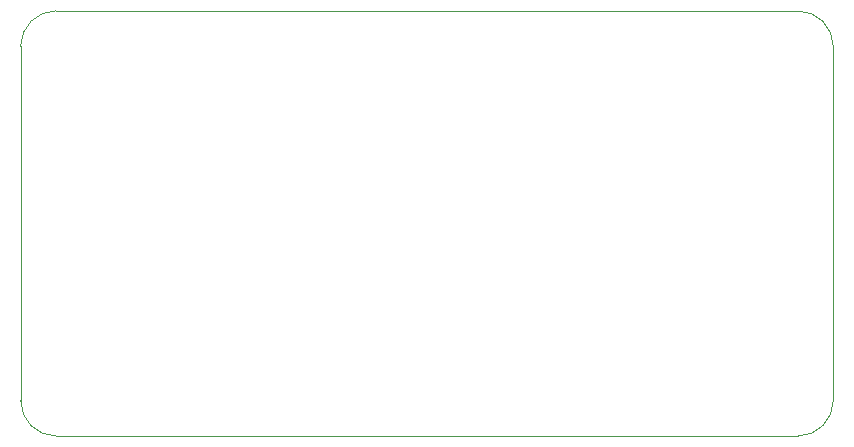
<source format=gm1>
%TF.GenerationSoftware,KiCad,Pcbnew,8.0.1*%
%TF.CreationDate,2024-08-04T15:08:54+01:00*%
%TF.ProjectId,driver_module,64726976-6572-45f6-9d6f-64756c652e6b,1*%
%TF.SameCoordinates,Original*%
%TF.FileFunction,Profile,NP*%
%FSLAX46Y46*%
G04 Gerber Fmt 4.6, Leading zero omitted, Abs format (unit mm)*
G04 Created by KiCad (PCBNEW 8.0.1) date 2024-08-04 15:08:54*
%MOMM*%
%LPD*%
G01*
G04 APERTURE LIST*
%TA.AperFunction,Profile*%
%ADD10C,0.050000*%
%TD*%
G04 APERTURE END LIST*
D10*
X182300000Y-85000000D02*
X182300000Y-115000000D01*
X113500000Y-115000000D02*
X113500000Y-85000000D01*
X182300000Y-115000000D02*
G75*
G02*
X179300000Y-118000000I-3000000J0D01*
G01*
X113500000Y-85000000D02*
G75*
G02*
X116500000Y-82000000I3000000J0D01*
G01*
X179300000Y-82000000D02*
G75*
G02*
X182300000Y-85000000I0J-3000000D01*
G01*
X116500000Y-118000000D02*
G75*
G02*
X113500000Y-115000000I0J3000000D01*
G01*
X116500000Y-82000000D02*
X179300000Y-82000000D01*
X179300000Y-118000000D02*
X116500000Y-118000000D01*
M02*

</source>
